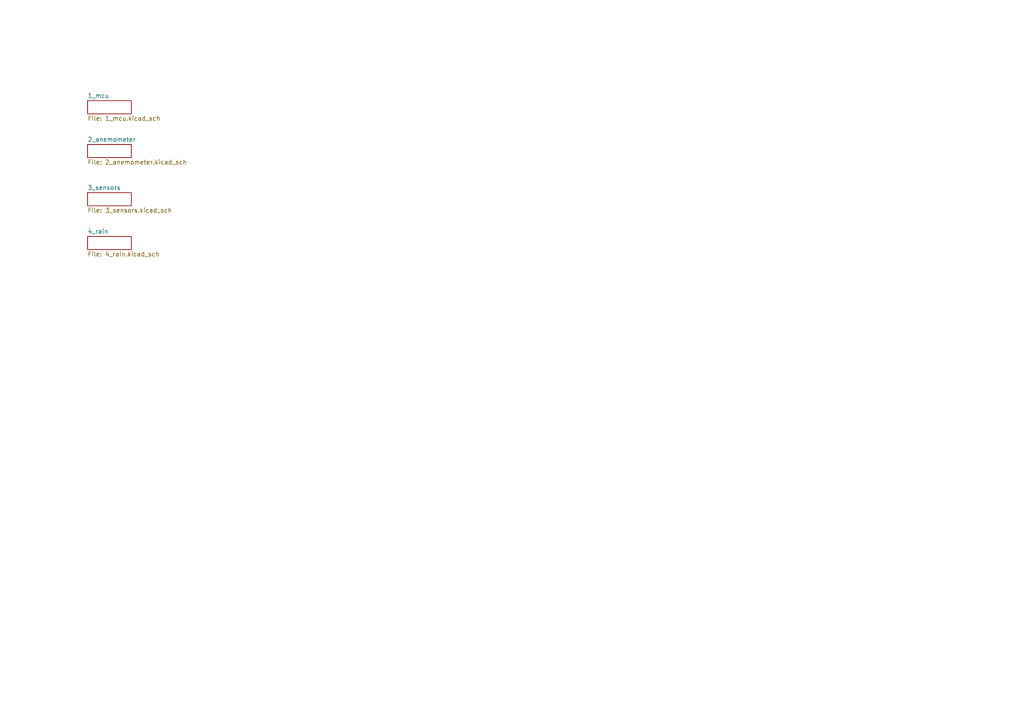
<source format=kicad_sch>
(kicad_sch
	(version 20250114)
	(generator "eeschema")
	(generator_version "9.0")
	(uuid "a30633bf-68dd-4888-88d6-d1ee9beba30f")
	(paper "A4")
	(lib_symbols)
	(sheet
		(at 25.4 68.58)
		(size 12.7 3.81)
		(exclude_from_sim no)
		(in_bom yes)
		(on_board yes)
		(dnp no)
		(fields_autoplaced yes)
		(stroke
			(width 0.1524)
			(type solid)
		)
		(fill
			(color 0 0 0 0.0000)
		)
		(uuid "749f6954-42c9-4048-a44f-e1e1c021609b")
		(property "Sheetname" "4_rain"
			(at 25.4 67.8684 0)
			(effects
				(font
					(size 1.27 1.27)
				)
				(justify left bottom)
			)
		)
		(property "Sheetfile" "4_rain.kicad_sch"
			(at 25.4 72.9746 0)
			(effects
				(font
					(size 1.27 1.27)
				)
				(justify left top)
			)
		)
		(instances
			(project "ProDoc_1-PCB_PCB_2021-01-26_22-01-27_2026-01-16"
				(path "/a30633bf-68dd-4888-88d6-d1ee9beba30f"
					(page "5")
				)
			)
		)
	)
	(sheet
		(at 25.4 41.91)
		(size 12.7 3.81)
		(exclude_from_sim no)
		(in_bom yes)
		(on_board yes)
		(dnp no)
		(fields_autoplaced yes)
		(stroke
			(width 0.1524)
			(type solid)
		)
		(fill
			(color 0 0 0 0.0000)
		)
		(uuid "c4162636-f9db-47cf-8544-d18e210c4d58")
		(property "Sheetname" "2_anemometer"
			(at 25.4 41.1984 0)
			(effects
				(font
					(size 1.27 1.27)
				)
				(justify left bottom)
			)
		)
		(property "Sheetfile" "2_anemometer.kicad_sch"
			(at 25.4 46.3046 0)
			(effects
				(font
					(size 1.27 1.27)
				)
				(justify left top)
			)
		)
		(instances
			(project "ProDoc_1-PCB_PCB_2021-01-26_22-01-27_2026-01-16"
				(path "/a30633bf-68dd-4888-88d6-d1ee9beba30f"
					(page "3")
				)
			)
		)
	)
	(sheet
		(at 25.4 29.21)
		(size 12.7 3.81)
		(exclude_from_sim no)
		(in_bom yes)
		(on_board yes)
		(dnp no)
		(fields_autoplaced yes)
		(stroke
			(width 0.1524)
			(type solid)
		)
		(fill
			(color 0 0 0 0.0000)
		)
		(uuid "d8b5ed7a-2a3a-4cba-9ce3-8a59c7975a1d")
		(property "Sheetname" "1_mcu"
			(at 25.4 28.4984 0)
			(effects
				(font
					(size 1.27 1.27)
				)
				(justify left bottom)
			)
		)
		(property "Sheetfile" "1_mcu.kicad_sch"
			(at 25.4 33.6046 0)
			(effects
				(font
					(size 1.27 1.27)
				)
				(justify left top)
			)
		)
		(instances
			(project "ProDoc_1-PCB_PCB_2021-01-26_22-01-27_2026-01-16"
				(path "/a30633bf-68dd-4888-88d6-d1ee9beba30f"
					(page "2")
				)
			)
		)
	)
	(sheet
		(at 25.4 55.88)
		(size 12.7 3.81)
		(exclude_from_sim no)
		(in_bom yes)
		(on_board yes)
		(dnp no)
		(fields_autoplaced yes)
		(stroke
			(width 0.1524)
			(type solid)
		)
		(fill
			(color 0 0 0 0.0000)
		)
		(uuid "e7b098b4-c9b7-4adf-a868-06518e67c458")
		(property "Sheetname" "3_sensors"
			(at 25.4 55.1684 0)
			(effects
				(font
					(size 1.27 1.27)
				)
				(justify left bottom)
			)
		)
		(property "Sheetfile" "3_sensors.kicad_sch"
			(at 25.4 60.2746 0)
			(effects
				(font
					(size 1.27 1.27)
				)
				(justify left top)
			)
		)
		(instances
			(project "ProDoc_1-PCB_PCB_2021-01-26_22-01-27_2026-01-16"
				(path "/a30633bf-68dd-4888-88d6-d1ee9beba30f"
					(page "4")
				)
			)
		)
	)
	(sheet_instances
		(path "/"
			(page "1")
		)
	)
	(embedded_fonts no)
)

</source>
